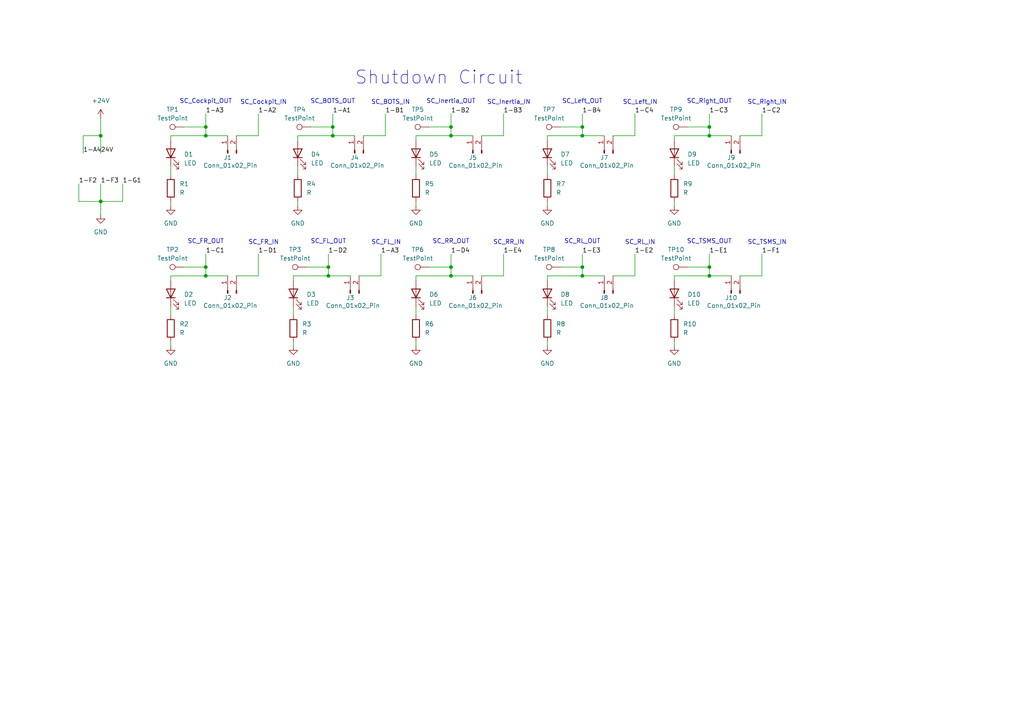
<source format=kicad_sch>
(kicad_sch (version 20231120) (generator "eeschema") (generator_version "8.0")
  (paper "A4")
  (lib_symbols
    (symbol "Connector:Conn_01x02_Pin" (pin_names (offset 1.016) hide)
      (property "Reference" "J" (at 0 2.54 0))
      (property "Value" "Conn_01x02_Pin" (at 0 -5.08 0))
      (symbol "Conn_01x02_Pin_1_1"
        (polyline (pts (xy 1.27 -2.54) (xy 0.8636 -2.54)) (stroke (width 0.1524)))
        (polyline (pts (xy 1.27 0) (xy 0.8636 0)) (stroke (width 0.1524)))
        (rectangle (start 0.8636 -2.413) (end 0 -2.667) (stroke (width 0.1524)) (fill (type outline)))
        (rectangle (start 0.8636 0.127) (end 0 -0.127) (stroke (width 0.1524)) (fill (type outline)))
        (pin passive line (at 5.08 0 180) (length 3.81) (name "Pin_1") (number "1"))
        (pin passive line (at 5.08 -2.54 180) (length 3.81) (name "Pin_2") (number "2"))
      )
    )
    (symbol "Connector:TestPoint" (pin_numbers hide) (pin_names (offset 0.762) hide)
      (property "Reference" "TP" (at 0 6.858 0))
      (property "Value" "TestPoint" (at 0 5.08 0))
      (symbol "TestPoint_0_1"
        (circle (center 0 3.302) (radius 0.762))
      )
      (symbol "TestPoint_1_1"
        (pin passive line (at 0 0 90) (length 2.54) (name "1") (number "1"))
      )
    )
    (symbol "Device:LED" (pin_numbers hide) (pin_names (offset 1.016) hide)
      (property "Reference" "D" (at 0 2.54 0))
      (property "Value" "LED" (at 0 -2.54 0))
      (symbol "LED_0_1"
        (polyline (pts (xy -1.27 -1.27) (xy -1.27 1.27)) (stroke (width 0.254)))
        (polyline (pts (xy -1.27 0) (xy 1.27 0)))
        (polyline (pts (xy 1.27 -1.27) (xy 1.27 1.27) (xy -1.27 0) (xy 1.27 -1.27)) (stroke (width 0.254)))
        (polyline (pts (xy -3.048 -0.762) (xy -4.572 -2.286) (xy -3.81 -2.286) (xy -4.572 -2.286) (xy -4.572 -1.524)))
        (polyline (pts (xy -1.778 -0.762) (xy -3.302 -2.286) (xy -2.54 -2.286) (xy -3.302 -2.286) (xy -3.302 -1.524)))
      )
      (symbol "LED_1_1"
        (pin passive line (at -3.81 0 0) (length 2.54) (name "K") (number "1"))
        (pin passive line (at 3.81 0 180) (length 2.54) (name "A") (number "2"))
      )
    )
    (symbol "Device:R" (pin_numbers hide) (pin_names (offset 0))
      (property "Reference" "R" (at 2.032 0 90))
      (property "Value" "R" (at 0 0 90))
      (symbol "R_0_1"
        (rectangle (start -1.016 -2.54) (end 1.016 2.54) (stroke (width 0.254)))
      )
      (symbol "R_1_1"
        (pin passive line (at 0 3.81 270) (length 1.27) (name "~") (number "1"))
        (pin passive line (at 0 -3.81 90) (length 1.27) (name "~") (number "2"))
      )
    )
    (symbol "power:+24V" (power) (pin_numbers hide) (pin_names (offset 0) hide)
      (property "Value" "+24V" (at 0 3.556 0))
      (symbol "+24V_0_1"
        (polyline (pts (xy -0.762 1.27) (xy 0 2.54)))
        (polyline (pts (xy 0 0) (xy 0 2.54)))
        (polyline (pts (xy 0 2.54) (xy 0.762 1.27)))
      )
      (symbol "+24V_1_1"
        (pin power_in line (at 0 0 90) (length 0) (name "~") (number "1"))
      )
    )
    (symbol "power:GND" (power) (pin_numbers hide) (pin_names (offset 0) hide)
      (property "Value" "GND" (at 0 -3.81 0))
      (symbol "GND_0_1"
        (polyline (pts (xy 0 0) (xy 0 -1.27) (xy 1.27 -1.27) (xy 0 -2.54) (xy -1.27 -1.27) (xy 0 -1.27)))
      )
      (symbol "GND_1_1"
        (pin power_in line (at 0 0 270) (length 0) (name "~") (number "1"))
      )
    )
  )
  (junction (at 205.74 36.83))
  (junction (at 95.25 80.01))
  (junction (at 96.52 36.83))
  (junction (at 205.74 80.01))
  (junction (at 29.21 58.42))
  (junction (at 96.52 39.37))
  (junction (at 168.91 80.01))
  (junction (at 130.81 39.37))
  (junction (at 95.25 77.47))
  (junction (at 168.91 77.47))
  (junction (at 59.69 80.01))
  (junction (at 130.81 80.01))
  (junction (at 59.69 36.83))
  (junction (at 59.69 39.37))
  (junction (at 130.81 77.47))
  (junction (at 168.91 36.83))
  (junction (at 130.81 36.83))
  (junction (at 29.21 39.37))
  (junction (at 205.74 77.47))
  (junction (at 168.91 39.37))
  (junction (at 59.69 77.47))
  (junction (at 205.74 39.37))
  (wire (pts (xy 158.75 39.37) (xy 168.91 39.37)))
  (wire (pts (xy 130.81 77.47) (xy 130.81 80.01)))
  (wire (pts (xy 195.58 88.9) (xy 195.58 91.44)))
  (wire (pts (xy 22.86 53.34) (xy 22.86 58.42)))
  (wire (pts (xy 124.46 36.83) (xy 130.81 36.83)))
  (wire (pts (xy 195.58 48.26) (xy 195.58 50.8)))
  (wire (pts (xy 130.81 80.01) (xy 137.16 80.01)))
  (wire (pts (xy 24.13 39.37) (xy 24.13 44.45)))
  (wire (pts (xy 49.53 88.9) (xy 49.53 91.44)))
  (wire (pts (xy 214.63 80.01) (xy 220.98 80.01)))
  (wire (pts (xy 168.91 73.66) (xy 168.91 77.47)))
  (wire (pts (xy 29.21 39.37) (xy 29.21 44.45)))
  (wire (pts (xy 177.8 80.01) (xy 184.15 80.01)))
  (wire (pts (xy 205.74 33.02) (xy 205.74 36.83)))
  (wire (pts (xy 95.25 73.66) (xy 95.25 77.47)))
  (wire (pts (xy 29.21 39.37) (xy 24.13 39.37)))
  (wire (pts (xy 130.81 39.37) (xy 137.16 39.37)))
  (wire (pts (xy 35.56 53.34) (xy 35.56 58.42)))
  (wire (pts (xy 195.58 80.01) (xy 195.58 81.28)))
  (wire (pts (xy 90.17 36.83) (xy 96.52 36.83)))
  (wire (pts (xy 120.65 99.06) (xy 120.65 100.33)))
  (wire (pts (xy 130.81 36.83) (xy 130.81 39.37)))
  (wire (pts (xy 195.58 80.01) (xy 205.74 80.01)))
  (wire (pts (xy 168.91 33.02) (xy 168.91 36.83)))
  (wire (pts (xy 205.74 80.01) (xy 212.09 80.01)))
  (wire (pts (xy 199.39 36.83) (xy 205.74 36.83)))
  (wire (pts (xy 59.69 36.83) (xy 59.69 39.37)))
  (wire (pts (xy 220.98 73.66) (xy 220.98 80.01)))
  (wire (pts (xy 105.41 39.37) (xy 111.76 39.37)))
  (wire (pts (xy 49.53 80.01) (xy 49.53 81.28)))
  (wire (pts (xy 86.36 48.26) (xy 86.36 50.8)))
  (wire (pts (xy 177.8 39.37) (xy 184.15 39.37)))
  (wire (pts (xy 88.9 77.47) (xy 95.25 77.47)))
  (wire (pts (xy 104.14 80.01) (xy 110.49 80.01)))
  (wire (pts (xy 68.58 80.01) (xy 74.93 80.01)))
  (wire (pts (xy 124.46 77.47) (xy 130.81 77.47)))
  (wire (pts (xy 29.21 58.42) (xy 22.86 58.42)))
  (wire (pts (xy 86.36 39.37) (xy 86.36 40.64)))
  (wire (pts (xy 68.58 39.37) (xy 74.93 39.37)))
  (wire (pts (xy 85.09 99.06) (xy 85.09 100.33)))
  (wire (pts (xy 168.91 77.47) (xy 168.91 80.01)))
  (wire (pts (xy 162.56 77.47) (xy 168.91 77.47)))
  (wire (pts (xy 120.65 80.01) (xy 120.65 81.28)))
  (wire (pts (xy 49.53 39.37) (xy 49.53 40.64)))
  (wire (pts (xy 120.65 39.37) (xy 120.65 40.64)))
  (wire (pts (xy 49.53 99.06) (xy 49.53 100.33)))
  (wire (pts (xy 53.34 77.47) (xy 59.69 77.47)))
  (wire (pts (xy 85.09 80.01) (xy 95.25 80.01)))
  (wire (pts (xy 199.39 77.47) (xy 205.74 77.47)))
  (wire (pts (xy 158.75 58.42) (xy 158.75 59.69)))
  (wire (pts (xy 139.7 39.37) (xy 146.05 39.37)))
  (wire (pts (xy 53.34 36.83) (xy 59.69 36.83)))
  (wire (pts (xy 120.65 39.37) (xy 130.81 39.37)))
  (wire (pts (xy 96.52 39.37) (xy 102.87 39.37)))
  (wire (pts (xy 96.52 33.02) (xy 96.52 36.83)))
  (wire (pts (xy 168.91 36.83) (xy 168.91 39.37)))
  (wire (pts (xy 49.53 80.01) (xy 59.69 80.01)))
  (wire (pts (xy 195.58 39.37) (xy 195.58 40.64)))
  (wire (pts (xy 195.58 99.06) (xy 195.58 100.33)))
  (wire (pts (xy 130.81 33.02) (xy 130.81 36.83)))
  (wire (pts (xy 29.21 58.42) (xy 35.56 58.42)))
  (wire (pts (xy 29.21 34.29) (xy 29.21 39.37)))
  (wire (pts (xy 220.98 33.02) (xy 220.98 39.37)))
  (wire (pts (xy 111.76 33.02) (xy 111.76 39.37)))
  (wire (pts (xy 95.25 77.47) (xy 95.25 80.01)))
  (wire (pts (xy 85.09 80.01) (xy 85.09 81.28)))
  (wire (pts (xy 86.36 58.42) (xy 86.36 59.69)))
  (wire (pts (xy 59.69 33.02) (xy 59.69 36.83)))
  (wire (pts (xy 158.75 39.37) (xy 158.75 40.64)))
  (wire (pts (xy 59.69 39.37) (xy 66.04 39.37)))
  (wire (pts (xy 168.91 39.37) (xy 175.26 39.37)))
  (wire (pts (xy 158.75 48.26) (xy 158.75 50.8)))
  (wire (pts (xy 74.93 73.66) (xy 74.93 80.01)))
  (wire (pts (xy 158.75 80.01) (xy 168.91 80.01)))
  (wire (pts (xy 59.69 80.01) (xy 66.04 80.01)))
  (wire (pts (xy 158.75 80.01) (xy 158.75 81.28)))
  (wire (pts (xy 162.56 36.83) (xy 168.91 36.83)))
  (wire (pts (xy 86.36 39.37) (xy 96.52 39.37)))
  (wire (pts (xy 158.75 88.9) (xy 158.75 91.44)))
  (wire (pts (xy 195.58 58.42) (xy 195.58 59.69)))
  (wire (pts (xy 195.58 39.37) (xy 205.74 39.37)))
  (wire (pts (xy 214.63 39.37) (xy 220.98 39.37)))
  (wire (pts (xy 49.53 58.42) (xy 49.53 59.69)))
  (wire (pts (xy 29.21 53.34) (xy 29.21 58.42)))
  (wire (pts (xy 29.21 58.42) (xy 29.21 62.23)))
  (wire (pts (xy 120.65 80.01) (xy 130.81 80.01)))
  (wire (pts (xy 139.7 80.01) (xy 146.05 80.01)))
  (wire (pts (xy 184.15 73.66) (xy 184.15 80.01)))
  (wire (pts (xy 158.75 99.06) (xy 158.75 100.33)))
  (wire (pts (xy 205.74 77.47) (xy 205.74 80.01)))
  (wire (pts (xy 205.74 36.83) (xy 205.74 39.37)))
  (wire (pts (xy 49.53 48.26) (xy 49.53 50.8)))
  (wire (pts (xy 205.74 39.37) (xy 212.09 39.37)))
  (wire (pts (xy 110.49 73.66) (xy 110.49 80.01)))
  (wire (pts (xy 49.53 39.37) (xy 59.69 39.37)))
  (wire (pts (xy 168.91 80.01) (xy 175.26 80.01)))
  (wire (pts (xy 130.81 73.66) (xy 130.81 77.47)))
  (wire (pts (xy 96.52 36.83) (xy 96.52 39.37)))
  (wire (pts (xy 74.93 33.02) (xy 74.93 39.37)))
  (wire (pts (xy 205.74 73.66) (xy 205.74 77.47)))
  (wire (pts (xy 120.65 88.9) (xy 120.65 91.44)))
  (wire (pts (xy 146.05 73.66) (xy 146.05 80.01)))
  (wire (pts (xy 59.69 73.66) (xy 59.69 77.47)))
  (wire (pts (xy 95.25 80.01) (xy 101.6 80.01)))
  (wire (pts (xy 120.65 48.26) (xy 120.65 50.8)))
  (wire (pts (xy 59.69 77.47) (xy 59.69 80.01)))
  (wire (pts (xy 146.05 33.02) (xy 146.05 39.37)))
  (wire (pts (xy 184.15 33.02) (xy 184.15 39.37)))
  (wire (pts (xy 85.09 88.9) (xy 85.09 91.44)))
  (wire (pts (xy 120.65 58.42) (xy 120.65 59.69)))
  (text "SC_Right_OUT" (at 205.74 29.464 0) (effects (font (size 1.27 1.27))))
  (text "SC_Cockpit_IN" (at 76.454 29.718 0) (effects (font (size 1.27 1.27))))
  (text "SC_RR_IN" (at 147.574 70.358 0) (effects (font (size 1.27 1.27))))
  (text "SC_Left_IN" (at 185.674 29.718 0) (effects (font (size 1.27 1.27))))
  (text "SC_BOTS_IN\n" (at 113.284 29.718 0) (effects (font (size 1.27 1.27))))
  (text "SC_Cockpit_OUT" (at 59.69 29.464 0) (effects (font (size 1.27 1.27))))
  (text "SC_RL_IN" (at 185.674 70.358 0) (effects (font (size 1.27 1.27))))
  (text "SC_FL_IN" (at 112.014 70.358 0) (effects (font (size 1.27 1.27))))
  (text "Shutdown Circuit" (at 127.254 22.606 0) (effects (font (size 3.81 3.81))))
  (text "SC_TSMS_IN" (at 222.504 70.358 0) (effects (font (size 1.27 1.27))))
  (text "SC_BOTS_OUT" (at 96.52 29.464 0) (effects (font (size 1.27 1.27))))
  (text "SC_RL_OUT" (at 168.91 70.104 0) (effects (font (size 1.27 1.27))))
  (text "SC_Left_OUT" (at 168.91 29.464 0) (effects (font (size 1.27 1.27))))
  (text "SC_FR_OUT" (at 59.69 70.104 0) (effects (font (size 1.27 1.27))))
  (text "SC_Right_IN" (at 222.504 29.718 0) (effects (font (size 1.27 1.27))))
  (text "SC_Inertia_OUT\n" (at 130.81 29.464 0) (effects (font (size 1.27 1.27))))
  (text "SC_TSMS_OUT" (at 205.74 70.104 0) (effects (font (size 1.27 1.27))))
  (text "SC_Inertia_IN" (at 147.574 29.718 0) (effects (font (size 1.27 1.27))))
  (text "SC_FR_IN" (at 76.454 70.358 0) (effects (font (size 1.27 1.27))))
  (text "SC_FL_OUT" (at 95.25 70.104 0) (effects (font (size 1.27 1.27))))
  (text "SC_RR_OUT" (at 130.81 70.104 0) (effects (font (size 1.27 1.27))))
  (label "1-C1" (at 59.69 73.66 0))
  (label "1-A4" (at 24.13 44.45 0))
  (label "1-D4" (at 130.81 73.66 0))
  (label "1-E4" (at 146.05 73.66 0))
  (label "1-A3" (at 110.49 73.66 0))
  (label "1-F2" (at 22.86 53.34 0))
  (label "1-B1" (at 111.76 33.02 0))
  (label "1-E2" (at 184.15 73.66 0))
  (label "1-A2" (at 74.93 33.02 0))
  (label "1-C4" (at 184.15 33.02 0))
  (label "1-C2" (at 220.98 33.02 0))
  (label "1-C3" (at 205.74 33.02 0))
  (label "1-E3" (at 168.91 73.66 0))
  (label "1-B2" (at 130.81 33.02 0))
  (label "1-D1" (at 74.93 73.66 0))
  (label "1-F1" (at 220.98 73.66 0))
  (label "1-B4" (at 168.91 33.02 0))
  (label "1-E1" (at 205.74 73.66 0))
  (label "1-A1" (at 96.52 33.02 0))
  (label "1-G1" (at 35.56 53.34 0))
  (label "1-A3" (at 59.69 33.02 0))
  (label "1-F3" (at 29.21 53.34 0))
  (label "1-D2" (at 95.25 73.66 0))
  (label "24V" (at 29.21 44.45 0))
  (label "1-B3" (at 146.05 33.02 0))
  (symbol (lib_id "Connector:Conn_01x02_Pin") (at 66.04 85.09 90) (unit 1)
    (property "Reference" "J2" (at 66.04 86.36 90))
    (property "Value" "Conn_01x02_Pin" (at 66.802 88.646 90))
    (property "Description" "Generic connector, single row, 01x02, script generated" (effects (hide yes)))
  )
  (symbol (lib_id "Connector:TestPoint") (at 124.46 36.83 90) (unit 1)
    (property "Reference" "TP5" (at 121.158 31.75 90))
    (property "Value" "TestPoint" (at 121.158 34.29 90))
    (property "Description" "test point" (effects (hide yes)))
  )
  (symbol (lib_id "Connector:TestPoint") (at 124.46 77.47 90) (unit 1)
    (property "Reference" "TP6" (at 121.158 72.39 90))
    (property "Value" "TestPoint" (at 121.158 74.93 90))
    (property "Description" "test point" (effects (hide yes)))
  )
  (symbol (lib_id "power:GND") (at 158.75 100.33 0) (unit 1)
    (property "Reference" "#PWR010" (effects (hide yes)))
    (property "Value" "GND" (at 158.75 105.41 0))
    (property "Description" "Power symbol creates a global label with name \"GND\" , ground" (effects (hide yes)))
  )
  (symbol (lib_id "Device:R") (at 49.53 54.61 0) (unit 1)
    (property "Reference" "R1" (at 52.07 53.3399 0) (effects (justify left)))
    (property "Value" "R" (at 52.07 55.8799 0) (effects (justify left)))
    (property "Description" "Resistor" (effects (hide yes)))
  )
  (symbol (lib_id "Device:LED") (at 120.65 85.09 90) (unit 1)
    (property "Reference" "D6" (at 124.46 85.4074 90) (effects (justify right)))
    (property "Value" "LED" (at 124.46 87.9474 90) (effects (justify right)))
    (property "Description" "Light emitting diode" (effects (hide yes)))
  )
  (symbol (lib_id "Device:R") (at 158.75 95.25 0) (unit 1)
    (property "Reference" "R8" (at 161.29 93.9799 0) (effects (justify left)))
    (property "Value" "R" (at 161.29 96.5199 0) (effects (justify left)))
    (property "Description" "Resistor" (effects (hide yes)))
  )
  (symbol (lib_id "Device:R") (at 195.58 54.61 0) (unit 1)
    (property "Reference" "R9" (at 198.12 53.3399 0) (effects (justify left)))
    (property "Value" "R" (at 198.12 55.8799 0) (effects (justify left)))
    (property "Description" "Resistor" (effects (hide yes)))
  )
  (symbol (lib_id "Connector:TestPoint") (at 199.39 36.83 90) (unit 1)
    (property "Reference" "TP9" (at 196.088 31.75 90))
    (property "Value" "TestPoint" (at 196.088 34.29 90))
    (property "Description" "test point" (effects (hide yes)))
  )
  (symbol (lib_id "Device:R") (at 49.53 95.25 0) (unit 1)
    (property "Reference" "R2" (at 52.07 93.9799 0) (effects (justify left)))
    (property "Value" "R" (at 52.07 96.5199 0) (effects (justify left)))
    (property "Description" "Resistor" (effects (hide yes)))
  )
  (symbol (lib_id "Device:LED") (at 158.75 85.09 90) (unit 1)
    (property "Reference" "D8" (at 162.56 85.4074 90) (effects (justify right)))
    (property "Value" "LED" (at 162.56 87.9474 90) (effects (justify right)))
    (property "Description" "Light emitting diode" (effects (hide yes)))
  )
  (symbol (lib_id "Connector:Conn_01x02_Pin") (at 137.16 85.09 90) (unit 1)
    (property "Reference" "J6" (at 137.16 86.36 90))
    (property "Value" "Conn_01x02_Pin" (at 137.922 88.646 90))
    (property "Description" "Generic connector, single row, 01x02, script generated" (effects (hide yes)))
  )
  (symbol (lib_id "power:GND") (at 195.58 59.69 0) (unit 1)
    (property "Reference" "#PWR011" (effects (hide yes)))
    (property "Value" "GND" (at 195.58 64.77 0))
    (property "Description" "Power symbol creates a global label with name \"GND\" , ground" (effects (hide yes)))
  )
  (symbol (lib_id "power:GND") (at 49.53 59.69 0) (unit 1)
    (property "Reference" "#PWR03" (effects (hide yes)))
    (property "Value" "GND" (at 49.53 64.77 0))
    (property "Description" "Power symbol creates a global label with name \"GND\" , ground" (effects (hide yes)))
  )
  (symbol (lib_id "power:GND") (at 86.36 59.69 0) (unit 1)
    (property "Reference" "#PWR06" (effects (hide yes)))
    (property "Value" "GND" (at 86.36 64.77 0))
    (property "Description" "Power symbol creates a global label with name \"GND\" , ground" (effects (hide yes)))
  )
  (symbol (lib_id "Connector:Conn_01x02_Pin") (at 212.09 44.45 90) (unit 1)
    (property "Reference" "J9" (at 212.09 45.72 90))
    (property "Value" "Conn_01x02_Pin" (at 212.852 48.006 90))
    (property "Description" "Generic connector, single row, 01x02, script generated" (effects (hide yes)))
  )
  (symbol (lib_id "power:+24V") (at 29.21 34.29 0) (unit 1)
    (property "Reference" "#PWR01" (effects (hide yes)))
    (property "Value" "+24V" (at 29.21 29.21 0))
    (property "Description" "Power symbol creates a global label with name \"+24V\"" (effects (hide yes)))
  )
  (symbol (lib_id "Device:LED") (at 158.75 44.45 90) (unit 1)
    (property "Reference" "D7" (at 162.56 44.7674 90) (effects (justify right)))
    (property "Value" "LED" (at 162.56 47.3074 90) (effects (justify right)))
    (property "Description" "Light emitting diode" (effects (hide yes)))
  )
  (symbol (lib_id "Connector:Conn_01x02_Pin") (at 102.87 44.45 90) (unit 1)
    (property "Reference" "J4" (at 102.87 45.72 90))
    (property "Value" "Conn_01x02_Pin" (at 103.632 48.006 90))
    (property "Description" "Generic connector, single row, 01x02, script generated" (effects (hide yes)))
  )
  (symbol (lib_id "power:GND") (at 195.58 100.33 0) (unit 1)
    (property "Reference" "#PWR012" (effects (hide yes)))
    (property "Value" "GND" (at 195.58 105.41 0))
    (property "Description" "Power symbol creates a global label with name \"GND\" , ground" (effects (hide yes)))
  )
  (symbol (lib_id "Connector:Conn_01x02_Pin") (at 175.26 85.09 90) (unit 1)
    (property "Reference" "J8" (at 175.26 86.36 90))
    (property "Value" "Conn_01x02_Pin" (at 176.022 88.646 90))
    (property "Description" "Generic connector, single row, 01x02, script generated" (effects (hide yes)))
  )
  (symbol (lib_id "Device:R") (at 120.65 54.61 0) (unit 1)
    (property "Reference" "R5" (at 123.19 53.3399 0) (effects (justify left)))
    (property "Value" "R" (at 123.19 55.8799 0) (effects (justify left)))
    (property "Description" "Resistor" (effects (hide yes)))
  )
  (symbol (lib_id "Connector:TestPoint") (at 53.34 36.83 90) (unit 1)
    (property "Reference" "TP1" (at 50.038 31.75 90))
    (property "Value" "TestPoint" (at 50.038 34.29 90))
    (property "Description" "test point" (effects (hide yes)))
  )
  (symbol (lib_id "power:GND") (at 29.21 62.23 0) (unit 1)
    (property "Reference" "#PWR02" (effects (hide yes)))
    (property "Value" "GND" (at 29.21 67.31 0))
    (property "Description" "Power symbol creates a global label with name \"GND\" , ground" (effects (hide yes)))
  )
  (symbol (lib_id "Connector:Conn_01x02_Pin") (at 66.04 44.45 90) (unit 1)
    (property "Reference" "J1" (at 66.04 45.72 90))
    (property "Value" "Conn_01x02_Pin" (at 66.802 48.006 90))
    (property "Description" "Generic connector, single row, 01x02, script generated" (effects (hide yes)))
  )
  (symbol (lib_id "Connector:TestPoint") (at 53.34 77.47 90) (unit 1)
    (property "Reference" "TP2" (at 50.038 72.39 90))
    (property "Value" "TestPoint" (at 50.038 74.93 90))
    (property "Description" "test point" (effects (hide yes)))
  )
  (symbol (lib_id "Connector:TestPoint") (at 90.17 36.83 90) (unit 1)
    (property "Reference" "TP4" (at 86.868 31.75 90))
    (property "Value" "TestPoint" (at 86.868 34.29 90))
    (property "Description" "test point" (effects (hide yes)))
  )
  (symbol (lib_id "Connector:Conn_01x02_Pin") (at 212.09 85.09 90) (unit 1)
    (property "Reference" "J10" (at 212.09 86.36 90))
    (property "Value" "Conn_01x02_Pin" (at 212.852 88.646 90))
    (property "Description" "Generic connector, single row, 01x02, script generated" (effects (hide yes)))
  )
  (symbol (lib_id "power:GND") (at 120.65 59.69 0) (unit 1)
    (property "Reference" "#PWR07" (effects (hide yes)))
    (property "Value" "GND" (at 120.65 64.77 0))
    (property "Description" "Power symbol creates a global label with name \"GND\" , ground" (effects (hide yes)))
  )
  (symbol (lib_id "Device:R") (at 158.75 54.61 0) (unit 1)
    (property "Reference" "R7" (at 161.29 53.3399 0) (effects (justify left)))
    (property "Value" "R" (at 161.29 55.8799 0) (effects (justify left)))
    (property "Description" "Resistor" (effects (hide yes)))
  )
  (symbol (lib_id "Connector:TestPoint") (at 162.56 36.83 90) (unit 1)
    (property "Reference" "TP7" (at 159.258 31.75 90))
    (property "Value" "TestPoint" (at 159.258 34.29 90))
    (property "Description" "test point" (effects (hide yes)))
  )
  (symbol (lib_id "Device:LED") (at 85.09 85.09 90) (unit 1)
    (property "Reference" "D3" (at 88.9 85.4074 90) (effects (justify right)))
    (property "Value" "LED" (at 88.9 87.9474 90) (effects (justify right)))
    (property "Description" "Light emitting diode" (effects (hide yes)))
  )
  (symbol (lib_id "Connector:Conn_01x02_Pin") (at 175.26 44.45 90) (unit 1)
    (property "Reference" "J7" (at 175.26 45.72 90))
    (property "Value" "Conn_01x02_Pin" (at 176.022 48.006 90))
    (property "Description" "Generic connector, single row, 01x02, script generated" (effects (hide yes)))
  )
  (symbol (lib_id "Device:LED") (at 86.36 44.45 90) (unit 1)
    (property "Reference" "D4" (at 90.17 44.7674 90) (effects (justify right)))
    (property "Value" "LED" (at 90.17 47.3074 90) (effects (justify right)))
    (property "Description" "Light emitting diode" (effects (hide yes)))
  )
  (symbol (lib_id "Connector:Conn_01x02_Pin") (at 137.16 44.45 90) (unit 1)
    (property "Reference" "J5" (at 137.16 45.72 90))
    (property "Value" "Conn_01x02_Pin" (at 137.922 48.006 90))
    (property "Description" "Generic connector, single row, 01x02, script generated" (effects (hide yes)))
  )
  (symbol (lib_id "Connector:TestPoint") (at 88.9 77.47 90) (unit 1)
    (property "Reference" "TP3" (at 85.598 72.39 90))
    (property "Value" "TestPoint" (at 85.598 74.93 90))
    (property "Description" "test point" (effects (hide yes)))
  )
  (symbol (lib_id "Device:LED") (at 49.53 44.45 90) (unit 1)
    (property "Reference" "D1" (at 53.34 44.7674 90) (effects (justify right)))
    (property "Value" "LED" (at 53.34 47.3074 90) (effects (justify right)))
    (property "Description" "Light emitting diode" (effects (hide yes)))
  )
  (symbol (lib_id "power:GND") (at 158.75 59.69 0) (unit 1)
    (property "Reference" "#PWR09" (effects (hide yes)))
    (property "Value" "GND" (at 158.75 64.77 0))
    (property "Description" "Power symbol creates a global label with name \"GND\" , ground" (effects (hide yes)))
  )
  (symbol (lib_id "Connector:TestPoint") (at 162.56 77.47 90) (unit 1)
    (property "Reference" "TP8" (at 159.258 72.39 90))
    (property "Value" "TestPoint" (at 159.258 74.93 90))
    (property "Description" "test point" (effects (hide yes)))
  )
  (symbol (lib_id "Device:LED") (at 195.58 85.09 90) (unit 1)
    (property "Reference" "D10" (at 199.39 85.4074 90) (effects (justify right)))
    (property "Value" "LED" (at 199.39 87.9474 90) (effects (justify right)))
    (property "Description" "Light emitting diode" (effects (hide yes)))
  )
  (symbol (lib_id "power:GND") (at 120.65 100.33 0) (unit 1)
    (property "Reference" "#PWR08" (effects (hide yes)))
    (property "Value" "GND" (at 120.65 105.41 0))
    (property "Description" "Power symbol creates a global label with name \"GND\" , ground" (effects (hide yes)))
  )
  (symbol (lib_id "Device:LED") (at 195.58 44.45 90) (unit 1)
    (property "Reference" "D9" (at 199.39 44.7674 90) (effects (justify right)))
    (property "Value" "LED" (at 199.39 47.3074 90) (effects (justify right)))
    (property "Description" "Light emitting diode" (effects (hide yes)))
  )
  (symbol (lib_id "power:GND") (at 85.09 100.33 0) (unit 1)
    (property "Reference" "#PWR05" (effects (hide yes)))
    (property "Value" "GND" (at 85.09 105.41 0))
    (property "Description" "Power symbol creates a global label with name \"GND\" , ground" (effects (hide yes)))
  )
  (symbol (lib_id "power:GND") (at 49.53 100.33 0) (unit 1)
    (property "Reference" "#PWR04" (effects (hide yes)))
    (property "Value" "GND" (at 49.53 105.41 0))
    (property "Description" "Power symbol creates a global label with name \"GND\" , ground" (effects (hide yes)))
  )
  (symbol (lib_id "Connector:TestPoint") (at 199.39 77.47 90) (unit 1)
    (property "Reference" "TP10" (at 196.088 72.39 90))
    (property "Value" "TestPoint" (at 196.088 74.93 90))
    (property "Description" "test point" (effects (hide yes)))
  )
  (symbol (lib_id "Connector:Conn_01x02_Pin") (at 101.6 85.09 90) (unit 1)
    (property "Reference" "J3" (at 101.6 86.36 90))
    (property "Value" "Conn_01x02_Pin" (at 102.362 88.646 90))
    (property "Description" "Generic connector, single row, 01x02, script generated" (effects (hide yes)))
  )
  (symbol (lib_id "Device:R") (at 120.65 95.25 0) (unit 1)
    (property "Reference" "R6" (at 123.19 93.9799 0) (effects (justify left)))
    (property "Value" "R" (at 123.19 96.5199 0) (effects (justify left)))
    (property "Description" "Resistor" (effects (hide yes)))
  )
  (symbol (lib_id "Device:LED") (at 120.65 44.45 90) (unit 1)
    (property "Reference" "D5" (at 124.46 44.7674 90) (effects (justify right)))
    (property "Value" "LED" (at 124.46 47.3074 90) (effects (justify right)))
    (property "Description" "Light emitting diode" (effects (hide yes)))
  )
  (symbol (lib_id "Device:R") (at 195.58 95.25 0) (unit 1)
    (property "Reference" "R10" (at 198.12 93.9799 0) (effects (justify left)))
    (property "Value" "R" (at 198.12 96.5199 0) (effects (justify left)))
    (property "Description" "Resistor" (effects (hide yes)))
  )
  (symbol (lib_id "Device:R") (at 86.36 54.61 0) (unit 1)
    (property "Reference" "R4" (at 88.9 53.3399 0) (effects (justify left)))
    (property "Value" "R" (at 88.9 55.8799 0) (effects (justify left)))
    (property "Description" "Resistor" (effects (hide yes)))
  )
  (symbol (lib_id "Device:LED") (at 49.53 85.09 90) (unit 1)
    (property "Reference" "D2" (at 53.34 85.4074 90) (effects (justify right)))
    (property "Value" "LED" (at 53.34 87.9474 90) (effects (justify right)))
    (property "Description" "Light emitting diode" (effects (hide yes)))
  )
  (symbol (lib_id "Device:R") (at 85.09 95.25 0) (unit 1)
    (property "Reference" "R3" (at 87.63 93.9799 0) (effects (justify left)))
    (property "Value" "R" (at 87.63 96.5199 0) (effects (justify left)))
    (property "Description" "Resistor" (effects (hide yes)))
  )
)
</source>
